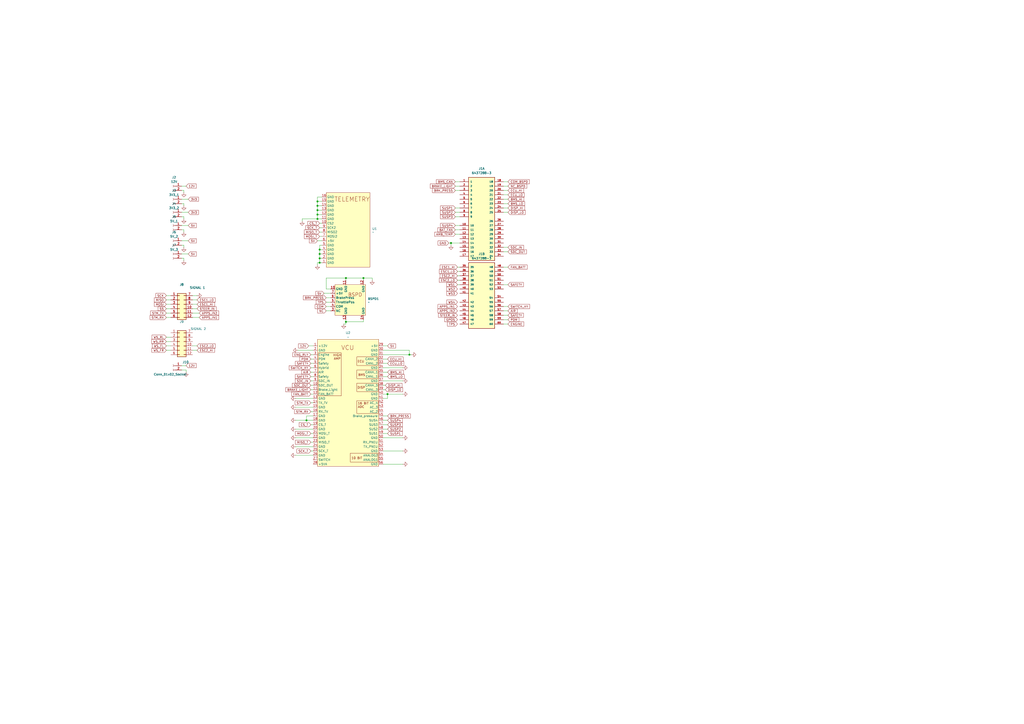
<source format=kicad_sch>
(kicad_sch (version 20250114) (generator "eeschema") (generator_version "9.0")
  (paper "A2")
  (lib_symbols
    (symbol "0_BSPDFootprint:FootprintBSPD"
      (symbol "FootprintBSPD_1_1"
        (text "BSPD" (at 0.254 3.048 0) (effects (font (size 2.032 2.032))))
        (pin power_in line (at -13.97 6.35 0) (length 2.54) (name "GND") (number "10"))
        (pin power_in line (at -13.97 3.81 0) (length 2.54) (name "+5V") (number "7"))
        (pin bidirectional line (at -13.97 1.27 0) (length 2.54) (name "BrakePress") (number "6"))
        (pin bidirectional line (at -13.97 -1.27 0) (length 2.54) (name "ThrottlePos") (number "5"))
        (pin bidirectional line (at -13.97 -3.81 0) (length 2.54) (name "COM") (number "4"))
        (pin bidirectional line (at -13.97 -6.35 0) (length 2.54) (name "NC") (number "3"))
        (pin power_in line (at -5.08 11.43 270) (length 2.54) (name "GND") (number "11"))
        (pin power_in line (at -5.08 -11.43 90) (length 2.54) (name "GND") (number "13"))
        (pin power_in line (at 5.08 11.43 270) (length 2.54) (name "GND") (number "12"))
        (pin power_in line (at 5.08 -11.43 90) (length 2.54) (name "GND") (number "14"))
      )
    )
    (symbol "0_FootprintTelemetry:FootprintTelemetry"
      (property "Reference" "U" (at 0 -2.54 0))
      (symbol "FootprintTelemetry_1_1"
        (text "TELEMETRY" (at 2.286 17.78 0) (effects (font (size 2.54 2.54))))
        (pin power_in line (at -15.24 19.05 0) (length 2.54) (name "GND") (number "16"))
        (pin power_in line (at -15.24 16.51 0) (length 2.54) (name "GND") (number "15"))
        (pin power_in line (at -15.24 13.97 0) (length 2.54) (name "GND") (number "14"))
        (pin power_in line (at -15.24 11.43 0) (length 2.54) (name "GND") (number "13"))
        (pin power_in line (at -15.24 8.89 0) (length 2.54) (name "GND") (number "12"))
        (pin power_in line (at -15.24 6.35 0) (length 2.54) (name "GND") (number "11"))
        (pin bidirectional line (at -15.24 3.81 0) (length 2.54) (name "CS2") (number "10"))
        (pin bidirectional line (at -15.24 1.27 0) (length 2.54) (name "SCK2") (number "9"))
        (pin bidirectional line (at -15.24 -1.27 0) (length 2.54) (name "MISO2") (number "8"))
        (pin bidirectional line (at -15.24 -3.81 0) (length 2.54) (name "MOSI2") (number "7"))
        (pin power_in line (at -15.24 -6.35 0) (length 2.54) (name "+5V") (number "6"))
        (pin power_in line (at -15.24 -8.89 0) (length 2.54) (name "GND") (number "5"))
        (pin power_in line (at -15.24 -11.43 0) (length 2.54) (name "GND") (number "4"))
        (pin power_in line (at -15.24 -13.97 0) (length 2.54) (name "GND") (number "3"))
        (pin power_in line (at -15.24 -16.51 0) (length 2.54) (name "GND") (number "2"))
        (pin power_in line (at -15.24 -19.05 0) (length 2.54) (name "GND") (number "1"))
      )
    )
    (symbol "0_FootprintVCU:FootprintVCU"
      (property "Reference" "U" (at 0 0 0))
      (symbol "FootprintVCU_1_1"
        (text "HIGH\nAMP\n" (at -6.35 30.48 0) (effects (font (size 1.27 1.27))))
        (text "VCU" (at -0.254 35.814 0) (effects (font (size 2.54 2.54))))
        (text "10 BIT\n" (at 5.08 -28.194 0) (effects (font (size 1.27 1.27))))
        (text "16 BIT\nADC\n" (at 5.588 2.54 0) (effects (font (size 1.27 1.27)) (justify left)))
        (text "ECU\n" (at 7.366 27.94 0) (effects (font (size 1.27 1.27))))
        (text "DISP\n" (at 7.62 12.7 0) (effects (font (size 1.27 1.27))))
        (text "BMS\n" (at 7.874 20.066 0) (effects (font (size 1.27 1.27))))
        (pin power_in line (at -20.32 36.83 0) (length 2.54) (name "+12V") (number "1"))
        (pin power_in line (at -20.32 34.29 0) (length 2.54) (name "GND") (number "2"))
        (pin bidirectional line (at -20.32 31.75 0) (length 2.54) (name "Engine") (number "3"))
        (pin bidirectional line (at -20.32 29.21 0) (length 2.54) (name "PDM") (number "4"))
        (pin bidirectional line (at -20.32 26.67 0) (length 2.54) (name "Safety") (number "5"))
        (pin bidirectional line (at -20.32 24.13 0) (length 2.54) (name "Hybrid") (number "6"))
        (pin bidirectional line (at -20.32 21.59 0) (length 2.54) (name "AIR") (number "7"))
        (pin bidirectional line (at -20.32 19.05 0) (length 2.54) (name "Safety") (number "8"))
        (pin bidirectional line (at -20.32 16.51 0) (length 2.54) (name "SDC_IN") (number "9"))
        (pin bidirectional line (at -20.32 13.97 0) (length 2.54) (name "SDC_OUT") (number "10"))
        (pin bidirectional line (at -20.32 11.43 0) (length 2.54) (name "Brake_Light") (number "11"))
        (pin bidirectional line (at -20.32 8.89 0) (length 2.54) (name "FAN_BATT") (number "12"))
        (pin power_in line (at -20.32 6.35 0) (length 2.54) (name "GND") (number "13"))
        (pin bidirectional line (at -20.32 3.81 0) (length 2.54) (name "TX_TV") (number "14"))
        (pin power_in line (at -20.32 1.27 0) (length 2.54) (name "GND") (number "15"))
        (pin bidirectional line (at -20.32 -1.27 0) (length 2.54) (name "RX_TV") (number "16"))
        (pin power_in line (at -20.32 -3.81 0) (length 2.54) (name "GND") (number "17"))
        (pin power_in line (at -20.32 -6.35 0) (length 2.54) (name "GND") (number "18"))
        (pin bidirectional line (at -20.32 -8.89 0) (length 2.54) (name "CS_T") (number "19"))
        (pin power_in line (at -20.32 -11.43 0) (length 2.54) (name "GND") (number "20"))
        (pin bidirectional line (at -20.32 -13.97 0) (length 2.54) (name "MOSI_T") (number "21"))
        (pin power_in line (at -20.32 -16.51 0) (length 2.54) (name "GND") (number "22"))
        (pin bidirectional line (at -20.32 -19.05 0) (length 2.54) (name "MISO_T") (number "23"))
        (pin power_in line (at -20.32 -21.59 0) (length 2.54) (name "GND") (number "24"))
        (pin bidirectional line (at -20.32 -24.13 0) (length 2.54) (name "SCK_T") (number "25"))
        (pin power_in line (at -20.32 -26.67 0) (length 2.54) (name "GND") (number "26"))
        (pin bidirectional line (at -20.32 -29.21 0) (length 2.54) (name "SWITCH") (number "27"))
        (pin power_in line (at -20.32 -31.75 0) (length 2.54) (name "+5VA") (number "28"))
        (pin power_in line (at 20.32 36.83 180) (length 2.54) (name "+5V") (number "29"))
        (pin power_in line (at 20.32 34.29 180) (length 2.54) (name "GND") (number "30"))
        (pin power_in line (at 20.32 31.75 180) (length 2.54) (name "GND") (number "31"))
        (pin bidirectional line (at 20.32 29.21 180) (length 2.54) (name "CANH_2") (number "32"))
        (pin bidirectional line (at 20.32 26.67 180) (length 2.54) (name "CANL_2") (number "33"))
        (pin power_in line (at 20.32 24.13 180) (length 2.54) (name "GND") (number "34"))
        (pin bidirectional line (at 20.32 21.59 180) (length 2.54) (name "CANH_1") (number "35"))
        (pin bidirectional line (at 20.32 19.05 180) (length 2.54) (name "CANL_1") (number "36"))
        (pin power_in line (at 20.32 16.51 180) (length 2.54) (name "GND") (number "37"))
        (pin bidirectional line (at 20.32 13.97 180) (length 2.54) (name "CANH_3") (number "38"))
        (pin bidirectional line (at 20.32 11.43 180) (length 2.54) (name "CANL_3") (number "39"))
        (pin power_in line (at 20.32 8.89 180) (length 2.54) (name "GND") (number "40"))
        (pin bidirectional line (at 20.32 6.35 180) (length 2.54) (name "GND") (number "41"))
        (pin power_in line (at 20.32 3.81 180) (length 2.54) (name "AC_4") (number "42"))
        (pin power_in line (at 20.32 1.27 180) (length 2.54) (name "AC_3") (number "43"))
        (pin power_in line (at 20.32 -1.27 180) (length 2.54) (name "AC_2") (number "44"))
        (pin bidirectional line (at 20.32 -3.81 180) (length 2.54) (name "Brake_pressure") (number "45"))
        (pin bidirectional line (at 20.32 -6.35 180) (length 2.54) (name "SUS4") (number "46"))
        (pin bidirectional line (at 20.32 -8.89 180) (length 2.54) (name "SUS3") (number "47"))
        (pin bidirectional line (at 20.32 -11.43 180) (length 2.54) (name "SUS2") (number "48"))
        (pin power_in line (at 20.32 -13.97 180) (length 2.54) (name "SUS1") (number "49"))
        (pin bidirectional line (at 20.32 -16.51 180) (length 2.54) (name "GND") (number "50"))
        (pin bidirectional line (at 20.32 -19.05 180) (length 2.54) (name "RX_PNEU") (number "51"))
        (pin bidirectional line (at 20.32 -21.59 180) (length 2.54) (name "TX_PNEU") (number "52"))
        (pin bidirectional line (at 20.32 -24.13 180) (length 2.54) (name "GND") (number "53"))
        (pin power_in line (at 20.32 -26.67 180) (length 2.54) (name "ANALOG2") (number "54"))
        (pin bidirectional line (at 20.32 -29.21 180) (length 2.54) (name "ANALOG1") (number "55"))
        (pin power_in line (at 20.32 -31.75 180) (length 2.54) (name "GND") (number "56"))
      )
    )
    (symbol "0_VCU_connector_6437288-3:6437288-3" (pin_names (offset 1.016))
      (property "Reference" "J" (at -7.6216 25.9227 0))
      (property "Value" "6437288-3" (at -7.6229 -25.4258 0))
      (symbol "6437288-3_1_0"
        (pin passive line (at -12.7 22.86 0) (length 5.08) (name "1") (number "1"))
        (pin passive line (at -12.7 20.32 0) (length 5.08) (name "2") (number "2"))
        (pin passive line (at -12.7 17.78 0) (length 5.08) (name "3") (number "3"))
        (pin passive line (at -12.7 15.24 0) (length 5.08) (name "4") (number "4"))
        (pin passive line (at -12.7 12.7 0) (length 5.08) (name "5") (number "5"))
        (pin passive line (at -12.7 10.16 0) (length 5.08) (name "6") (number "6"))
        (pin passive line (at -12.7 7.62 0) (length 5.08) (name "7") (number "7"))
        (pin passive line (at -12.7 5.08 0) (length 5.08) (name "8") (number "8"))
        (pin passive line (at -12.7 2.54 0) (length 5.08) (name "9") (number "9"))
        (pin passive line (at -12.7 -2.54 0) (length 5.08) (name "10") (number "10"))
        (pin passive line (at -12.7 -5.08 0) (length 5.08) (name "11") (number "11"))
        (pin passive line (at -12.7 -7.62 0) (length 5.08) (name "12") (number "12"))
        (pin passive line (at -12.7 -10.16 0) (length 5.08) (name "13") (number "13"))
        (pin passive line (at -12.7 -12.7 0) (length 5.08) (name "14") (number "14"))
        (pin passive line (at -12.7 -15.24 0) (length 5.08) (name "15") (number "15"))
        (pin passive line (at -12.7 -17.78 0) (length 5.08) (name "16") (number "16"))
        (pin passive line (at -12.7 -20.32 0) (length 5.08) (name "17") (number "17"))
        (pin passive line (at 12.7 22.86 180) (length 5.08) (name "18") (number "18"))
        (pin passive line (at 12.7 20.32 180) (length 5.08) (name "19") (number "19"))
        (pin passive line (at 12.7 17.78 180) (length 5.08) (name "20") (number "20"))
        (pin passive line (at 12.7 15.24 180) (length 5.08) (name "21") (number "21"))
        (pin passive line (at 12.7 12.7 180) (length 5.08) (name "22") (number "22"))
        (pin passive line (at 12.7 10.16 180) (length 5.08) (name "23") (number "23"))
        (pin passive line (at 12.7 7.62 180) (length 5.08) (name "24") (number "24"))
        (pin passive line (at 12.7 5.08 180) (length 5.08) (name "25") (number "25"))
        (pin passive line (at 12.7 0 180) (length 5.08) (name "26") (number "26"))
        (pin passive line (at 12.7 -2.54 180) (length 5.08) (name "27") (number "27"))
        (pin passive line (at 12.7 -5.08 180) (length 5.08) (name "28") (number "28"))
        (pin passive line (at 12.7 -7.62 180) (length 5.08) (name "29") (number "29"))
        (pin passive line (at 12.7 -10.16 180) (length 5.08) (name "30") (number "30"))
        (pin passive line (at 12.7 -12.7 180) (length 5.08) (name "31") (number "31"))
        (pin passive line (at 12.7 -15.24 180) (length 5.08) (name "32") (number "32"))
        (pin passive line (at 12.7 -17.78 180) (length 5.08) (name "33") (number "33"))
        (pin passive line (at 12.7 -20.32 180) (length 5.08) (name "34") (number "34"))
      )
      (symbol "6437288-3_2_0"
        (pin passive line (at -12.7 17.78 0) (length 5.08) (name "35") (number "35"))
        (pin passive line (at -12.7 15.24 0) (length 5.08) (name "36") (number "36"))
        (pin passive line (at -12.7 12.7 0) (length 5.08) (name "37") (number "37"))
        (pin passive line (at -12.7 10.16 0) (length 5.08) (name "38") (number "38"))
        (pin passive line (at -12.7 7.62 0) (length 5.08) (name "39") (number "39"))
        (pin passive line (at -12.7 5.08 0) (length 5.08) (name "40") (number "40"))
        (pin passive line (at -12.7 2.54 0) (length 5.08) (name "41") (number "41"))
        (pin passive line (at -12.7 -2.54 0) (length 5.08) (name "42") (number "42"))
        (pin passive line (at -12.7 -5.08 0) (length 5.08) (name "43") (number "43"))
        (pin passive line (at -12.7 -7.62 0) (length 5.08) (name "44") (number "44"))
        (pin passive line (at -12.7 -10.16 0) (length 5.08) (name "45") (number "45"))
        (pin passive line (at -12.7 -12.7 0) (length 5.08) (name "46") (number "46"))
        (pin passive line (at -12.7 -15.24 0) (length 5.08) (name "47") (number "47"))
        (pin passive line (at 12.7 17.78 180) (length 5.08) (name "48") (number "48"))
        (pin passive line (at 12.7 15.24 180) (length 5.08) (name "49") (number "49"))
        (pin passive line (at 12.7 12.7 180) (length 5.08) (name "50") (number "50"))
        (pin passive line (at 12.7 10.16 180) (length 5.08) (name "51") (number "51"))
        (pin passive line (at 12.7 7.62 180) (length 5.08) (name "52") (number "52"))
        (pin passive line (at 12.7 5.08 180) (length 5.08) (name "53") (number "53"))
        (pin passive line (at 12.7 0 180) (length 5.08) (name "54") (number "54"))
        (pin passive line (at 12.7 -2.54 180) (length 5.08) (name "55") (number "55"))
        (pin passive line (at 12.7 -5.08 180) (length 5.08) (name "56") (number "56"))
        (pin passive line (at 12.7 -7.62 180) (length 5.08) (name "57") (number "57"))
        (pin passive line (at 12.7 -10.16 180) (length 5.08) (name "58") (number "58"))
        (pin passive line (at 12.7 -12.7 180) (length 5.08) (name "59") (number "59"))
        (pin passive line (at 12.7 -15.24 180) (length 5.08) (name "60") (number "60"))
      )
    )
    (symbol "6437288-3_1" (pin_names (offset 1.016))
      (property "Reference" "J" (at -7.6216 25.9227 0))
      (property "Value" "6437288-3" (at -7.6229 -25.4258 0))
      (symbol "6437288-3_1_1_0"
        (pin passive line (at -12.7 22.86 0) (length 5.08) (name "1") (number "1"))
        (pin passive line (at -12.7 20.32 0) (length 5.08) (name "2") (number "2"))
        (pin passive line (at -12.7 17.78 0) (length 5.08) (name "3") (number "3"))
        (pin passive line (at -12.7 15.24 0) (length 5.08) (name "4") (number "4"))
        (pin passive line (at -12.7 12.7 0) (length 5.08) (name "5") (number "5"))
        (pin passive line (at -12.7 10.16 0) (length 5.08) (name "6") (number "6"))
        (pin passive line (at -12.7 7.62 0) (length 5.08) (name "7") (number "7"))
        (pin passive line (at -12.7 5.08 0) (length 5.08) (name "8") (number "8"))
        (pin passive line (at -12.7 2.54 0) (length 5.08) (name "9") (number "9"))
        (pin passive line (at -12.7 -2.54 0) (length 5.08) (name "10") (number "10"))
        (pin passive line (at -12.7 -5.08 0) (length 5.08) (name "11") (number "11"))
        (pin passive line (at -12.7 -7.62 0) (length 5.08) (name "12") (number "12"))
        (pin passive line (at -12.7 -10.16 0) (length 5.08) (name "13") (number "13"))
        (pin passive line (at -12.7 -12.7 0) (length 5.08) (name "14") (number "14"))
        (pin passive line (at -12.7 -15.24 0) (length 5.08) (name "15") (number "15"))
        (pin passive line (at -12.7 -17.78 0) (length 5.08) (name "16") (number "16"))
        (pin passive line (at -12.7 -20.32 0) (length 5.08) (name "17") (number "17"))
        (pin passive line (at 12.7 22.86 180) (length 5.08) (name "18") (number "18"))
        (pin passive line (at 12.7 20.32 180) (length 5.08) (name "19") (number "19"))
        (pin passive line (at 12.7 17.78 180) (length 5.08) (name "20") (number "20"))
        (pin passive line (at 12.7 15.24 180) (length 5.08) (name "21") (number "21"))
        (pin passive line (at 12.7 12.7 180) (length 5.08) (name "22") (number "22"))
        (pin passive line (at 12.7 10.16 180) (length 5.08) (name "23") (number "23"))
        (pin passive line (at 12.7 7.62 180) (length 5.08) (name "24") (number "24"))
        (pin passive line (at 12.7 5.08 180) (length 5.08) (name "25") (number "25"))
        (pin passive line (at 12.7 0 180) (length 5.08) (name "26") (number "26"))
        (pin passive line (at 12.7 -2.54 180) (length 5.08) (name "27") (number "27"))
        (pin passive line (at 12.7 -5.08 180) (length 5.08) (name "28") (number "28"))
        (pin passive line (at 12.7 -7.62 180) (length 5.08) (name "29") (number "29"))
        (pin passive line (at 12.7 -10.16 180) (length 5.08) (name "30") (number "30"))
        (pin passive line (at 12.7 -12.7 180) (length 5.08) (name "31") (number "31"))
        (pin passive line (at 12.7 -15.24 180) (length 5.08) (name "32") (number "32"))
        (pin passive line (at 12.7 -17.78 180) (length 5.08) (name "33") (number "33"))
        (pin passive line (at 12.7 -20.32 180) (length 5.08) (name "34") (number "34"))
      )
      (symbol "6437288-3_1_2_0"
        (pin passive line (at -12.7 17.78 0) (length 5.08) (name "35") (number "35"))
        (pin passive line (at -12.7 15.24 0) (length 5.08) (name "36") (number "36"))
        (pin passive line (at -12.7 12.7 0) (length 5.08) (name "37") (number "37"))
        (pin passive line (at -12.7 10.16 0) (length 5.08) (name "38") (number "38"))
        (pin passive line (at -12.7 7.62 0) (length 5.08) (name "39") (number "39"))
        (pin passive line (at -12.7 5.08 0) (length 5.08) (name "40") (number "40"))
        (pin passive line (at -12.7 2.54 0) (length 5.08) (name "41") (number "41"))
        (pin passive line (at -12.7 -2.54 0) (length 5.08) (name "42") (number "42"))
        (pin passive line (at -12.7 -5.08 0) (length 5.08) (name "43") (number "43"))
        (pin passive line (at -12.7 -7.62 0) (length 5.08) (name "44") (number "44"))
        (pin passive line (at -12.7 -10.16 0) (length 5.08) (name "45") (number "45"))
        (pin passive line (at -12.7 -12.7 0) (length 5.08) (name "46") (number "46"))
        (pin passive line (at -12.7 -15.24 0) (length 5.08) (name "47") (number "47"))
        (pin passive line (at 12.7 17.78 180) (length 5.08) (name "48") (number "48"))
        (pin passive line (at 12.7 15.24 180) (length 5.08) (name "49") (number "49"))
        (pin passive line (at 12.7 12.7 180) (length 5.08) (name "50") (number "50"))
        (pin passive line (at 12.7 10.16 180) (length 5.08) (name "51") (number "51"))
        (pin passive line (at 12.7 7.62 180) (length 5.08) (name "52") (number "52"))
        (pin passive line (at 12.7 5.08 180) (length 5.08) (name "53") (number "53"))
        (pin passive line (at 12.7 0 180) (length 5.08) (name "54") (number "54"))
        (pin passive line (at 12.7 -2.54 180) (length 5.08) (name "55") (number "55"))
        (pin passive line (at 12.7 -5.08 180) (length 5.08) (name "56") (number "56"))
        (pin passive line (at 12.7 -7.62 180) (length 5.08) (name "57") (number "57"))
        (pin passive line (at 12.7 -10.16 180) (length 5.08) (name "58") (number "58"))
        (pin passive line (at 12.7 -12.7 180) (length 5.08) (name "59") (number "59"))
        (pin passive line (at 12.7 -15.24 180) (length 5.08) (name "60") (number "60"))
      )
    )
    (symbol "Connector:Conn_01x02_Socket" (pin_names (offset 1.016) (hide yes))
      (property "Reference" "J" (at 0 2.54 0))
      (property "Value" "Conn_01x02_Socket" (at 0 -5.08 0))
      (symbol "Conn_01x02_Socket_1_1"
        (pin passive line (at -5.08 0 0) (length 3.81) (name "Pin_1") (number "1"))
        (pin passive line (at -5.08 -2.54 0) (length 3.81) (name "Pin_2") (number "2"))
      )
    )
    (symbol "Connector_Generic:Conn_02x06_Top_Bottom" (pin_names (offset 1.016) (hide yes))
      (property "Reference" "J" (at 1.27 7.62 0))
      (property "Value" "Conn_02x06_Top_Bottom" (at 1.27 -10.16 0))
      (symbol "Conn_02x06_Top_Bottom_1_1"
        (pin passive line (at -5.08 5.08 0) (length 3.81) (name "Pin_1") (number "1"))
        (pin passive line (at -5.08 2.54 0) (length 3.81) (name "Pin_2") (number "2"))
        (pin passive line (at -5.08 0 0) (length 3.81) (name "Pin_3") (number "3"))
        (pin passive line (at -5.08 -2.54 0) (length 3.81) (name "Pin_4") (number "4"))
        (pin passive line (at -5.08 -5.08 0) (length 3.81) (name "Pin_5") (number "5"))
        (pin passive line (at -5.08 -7.62 0) (length 3.81) (name "Pin_6") (number "6"))
        (pin passive line (at 7.62 5.08 180) (length 3.81) (name "Pin_7") (number "7"))
        (pin passive line (at 7.62 2.54 180) (length 3.81) (name "Pin_8") (number "8"))
        (pin passive line (at 7.62 0 180) (length 3.81) (name "Pin_9") (number "9"))
        (pin passive line (at 7.62 -2.54 180) (length 3.81) (name "Pin_10") (number "10"))
        (pin passive line (at 7.62 -5.08 180) (length 3.81) (name "Pin_11") (number "11"))
        (pin passive line (at 7.62 -7.62 180) (length 3.81) (name "Pin_12") (number "12"))
      )
    )
    (symbol "power:GND" (power) (pin_numbers (hide yes)) (pin_names (offset 0) (hide yes))
      (property "Value" "GND" (at 0 -3.81 0))
      (symbol "GND_1_1"
        (pin power_in line (at 0 0 270) (length 0) (name "~") (number "1"))
      )
    )
  )
  (junction (at 261.62 140.97))
  (junction (at 184.15 119.38))
  (junction (at 185.42 144.78))
  (junction (at 200.66 161.29))
  (junction (at 185.42 152.4))
  (junction (at 184.15 124.46))
  (junction (at 184.15 116.84))
  (junction (at 177.8 243.84))
  (junction (at 184.15 127))
  (junction (at 224.79 228.6))
  (junction (at 200.66 186.69))
  (junction (at 184.15 121.92))
  (junction (at 185.42 149.86))
  (junction (at 210.82 161.29))
  (junction (at 237.49 205.74))
  (junction (at 185.42 147.32))
  (wire (pts (xy 186.69 121.92) (xy 184.15 121.92)))
  (wire (pts (xy 99.06 198.12) (xy 96.52 198.12)))
  (wire (pts (xy 292.1 123.19) (xy 294.64 123.19)))
  (wire (pts (xy 261.62 140.97) (xy 266.7 140.97)))
  (wire (pts (xy 105.41 125.73) (xy 106.68 125.73)))
  (wire (pts (xy 105.41 110.49) (xy 106.68 110.49)))
  (wire (pts (xy 222.25 241.3) (xy 224.79 241.3)))
  (wire (pts (xy 292.1 143.51) (xy 294.64 143.51)))
  (wire (pts (xy 111.76 179.07) (xy 114.3 179.07)))
  (wire (pts (xy 265.43 154.94) (xy 266.7 154.94)))
  (wire (pts (xy 180.34 233.68) (xy 181.61 233.68)))
  (wire (pts (xy 189.23 172.72) (xy 191.77 172.72)))
  (wire (pts (xy 99.06 203.2) (xy 96.52 203.2)))
  (wire (pts (xy 180.34 251.46) (xy 181.61 251.46)))
  (wire (pts (xy 111.76 181.61) (xy 115.57 181.61)))
  (wire (pts (xy 105.41 107.95) (xy 107.95 107.95)))
  (wire (pts (xy 105.41 118.11) (xy 106.68 118.11)))
  (wire (pts (xy 106.68 149.86) (xy 106.68 151.13)))
  (wire (pts (xy 96.52 179.07) (xy 99.06 179.07)))
  (wire (pts (xy 184.15 116.84) (xy 184.15 119.38)))
  (wire (pts (xy 114.3 203.2) (xy 111.76 203.2)))
  (wire (pts (xy 222.25 210.82) (xy 224.79 210.82)))
  (wire (pts (xy 222.25 213.36) (xy 233.68 213.36)))
  (wire (pts (xy 200.66 161.29) (xy 210.82 161.29)))
  (wire (pts (xy 186.69 114.3) (xy 184.15 114.3)))
  (wire (pts (xy 292.1 180.34) (xy 294.64 180.34)))
  (wire (pts (xy 185.42 147.32) (xy 186.69 147.32)))
  (wire (pts (xy 292.1 165.1) (xy 294.64 165.1)))
  (wire (pts (xy 186.69 124.46) (xy 184.15 124.46)))
  (wire (pts (xy 171.45 231.14) (xy 181.61 231.14)))
  (wire (pts (xy 96.52 176.53) (xy 99.06 176.53)))
  (wire (pts (xy 184.15 139.7) (xy 186.69 139.7)))
  (wire (pts (xy 189.23 175.26) (xy 191.77 175.26)))
  (wire (pts (xy 185.42 134.62) (xy 186.69 134.62)))
  (wire (pts (xy 222.25 261.62) (xy 233.68 261.62)))
  (wire (pts (xy 105.41 149.86) (xy 106.68 149.86)))
  (wire (pts (xy 210.82 185.42) (xy 210.82 186.69)))
  (wire (pts (xy 233.68 220.98) (xy 222.25 220.98)))
  (wire (pts (xy 180.34 226.06) (xy 181.61 226.06)))
  (wire (pts (xy 264.16 135.89) (xy 266.7 135.89)))
  (wire (pts (xy 224.79 231.14) (xy 224.79 228.6)))
  (wire (pts (xy 238.76 205.74) (xy 237.49 205.74)))
  (wire (pts (xy 184.15 114.3) (xy 184.15 116.84)))
  (wire (pts (xy 105.41 147.32) (xy 109.22 147.32)))
  (wire (pts (xy 292.1 185.42) (xy 294.64 185.42)))
  (wire (pts (xy 222.25 218.44) (xy 224.79 218.44)))
  (wire (pts (xy 111.76 171.45) (xy 114.3 171.45)))
  (wire (pts (xy 171.45 236.22) (xy 181.61 236.22)))
  (wire (pts (xy 222.25 215.9) (xy 224.79 215.9)))
  (wire (pts (xy 191.77 167.64) (xy 189.23 167.64)))
  (wire (pts (xy 222.25 231.14) (xy 224.79 231.14)))
  (wire (pts (xy 185.42 152.4) (xy 184.15 152.4)))
  (wire (pts (xy 106.68 133.35) (xy 106.68 134.62)))
  (wire (pts (xy 264.16 130.81) (xy 266.7 130.81)))
  (wire (pts (xy 99.06 200.66) (xy 96.52 200.66)))
  (wire (pts (xy 189.23 167.64) (xy 189.23 161.29)))
  (wire (pts (xy 105.41 214.63) (xy 107.95 214.63)))
  (wire (pts (xy 185.42 132.08) (xy 186.69 132.08)))
  (wire (pts (xy 265.43 157.48) (xy 266.7 157.48)))
  (wire (pts (xy 180.34 223.52) (xy 181.61 223.52)))
  (wire (pts (xy 189.23 180.34) (xy 191.77 180.34)))
  (wire (pts (xy 265.43 160.02) (xy 266.7 160.02)))
  (wire (pts (xy 222.25 203.2) (xy 237.49 203.2)))
  (wire (pts (xy 292.1 107.95) (xy 294.64 107.95)))
  (wire (pts (xy 114.3 200.66) (xy 111.76 200.66)))
  (wire (pts (xy 292.1 110.49) (xy 294.64 110.49)))
  (wire (pts (xy 222.25 223.52) (xy 223.52 223.52)))
  (wire (pts (xy 106.68 110.49) (xy 106.68 111.76)))
  (wire (pts (xy 264.16 133.35) (xy 266.7 133.35)))
  (wire (pts (xy 184.15 121.92) (xy 184.15 124.46)))
  (wire (pts (xy 199.39 187.96) (xy 200.66 187.96)))
  (wire (pts (xy 180.34 256.54) (xy 181.61 256.54)))
  (wire (pts (xy 210.82 161.29) (xy 215.9 161.29)))
  (wire (pts (xy 222.25 243.84) (xy 224.79 243.84)))
  (wire (pts (xy 171.45 254) (xy 181.61 254)))
  (wire (pts (xy 111.76 184.15) (xy 115.57 184.15)))
  (wire (pts (xy 105.41 139.7) (xy 109.22 139.7)))
  (wire (pts (xy 260.35 140.97) (xy 261.62 140.97)))
  (wire (pts (xy 181.61 241.3) (xy 177.8 241.3)))
  (wire (pts (xy 180.34 208.28) (xy 181.61 208.28)))
  (wire (pts (xy 185.42 144.78) (xy 186.69 144.78)))
  (wire (pts (xy 265.43 165.1) (xy 266.7 165.1)))
  (wire (pts (xy 292.1 146.05) (xy 294.64 146.05)))
  (wire (pts (xy 292.1 154.94) (xy 294.64 154.94)))
  (wire (pts (xy 222.25 205.74) (xy 237.49 205.74)))
  (wire (pts (xy 222.25 200.66) (xy 224.79 200.66)))
  (wire (pts (xy 261.62 140.97) (xy 261.62 142.24)))
  (wire (pts (xy 106.68 118.11) (xy 106.68 119.38)))
  (wire (pts (xy 180.34 210.82) (xy 181.61 210.82)))
  (wire (pts (xy 105.41 133.35) (xy 106.68 133.35)))
  (wire (pts (xy 186.69 127) (xy 184.15 127)))
  (wire (pts (xy 186.69 119.38) (xy 184.15 119.38)))
  (wire (pts (xy 172.72 203.2) (xy 181.61 203.2)))
  (wire (pts (xy 200.66 187.96) (xy 200.66 186.69)))
  (wire (pts (xy 105.41 115.57) (xy 109.22 115.57)))
  (wire (pts (xy 264.16 105.41) (xy 266.7 105.41)))
  (wire (pts (xy 96.52 184.15) (xy 99.06 184.15)))
  (wire (pts (xy 200.66 186.69) (xy 200.66 185.42)))
  (wire (pts (xy 184.15 124.46) (xy 184.15 127)))
  (wire (pts (xy 292.1 113.03) (xy 294.64 113.03)))
  (wire (pts (xy 179.07 200.66) (xy 181.61 200.66)))
  (wire (pts (xy 185.42 147.32) (xy 185.42 149.86)))
  (wire (pts (xy 185.42 129.54) (xy 186.69 129.54)))
  (wire (pts (xy 171.45 248.92) (xy 181.61 248.92)))
  (wire (pts (xy 180.34 215.9) (xy 181.61 215.9)))
  (wire (pts (xy 177.8 243.84) (xy 181.61 243.84)))
  (wire (pts (xy 222.25 251.46) (xy 224.79 251.46)))
  (wire (pts (xy 215.9 161.29) (xy 215.9 162.56)))
  (wire (pts (xy 292.1 177.8) (xy 294.64 177.8)))
  (wire (pts (xy 171.45 259.08) (xy 181.61 259.08)))
  (wire (pts (xy 237.49 203.2) (xy 237.49 205.74)))
  (wire (pts (xy 210.82 161.29) (xy 210.82 162.56)))
  (wire (pts (xy 105.41 142.24) (xy 106.68 142.24)))
  (wire (pts (xy 222.25 246.38) (xy 224.79 246.38)))
  (wire (pts (xy 185.42 137.16) (xy 186.69 137.16)))
  (wire (pts (xy 292.1 115.57) (xy 294.64 115.57)))
  (wire (pts (xy 292.1 187.96) (xy 294.64 187.96)))
  (wire (pts (xy 184.15 127) (xy 175.26 127)))
  (wire (pts (xy 222.25 269.24) (xy 233.68 269.24)))
  (wire (pts (xy 222.25 228.6) (xy 224.79 228.6)))
  (wire (pts (xy 186.69 142.24) (xy 185.42 142.24)))
  (wire (pts (xy 107.95 214.63) (xy 107.95 215.9)))
  (wire (pts (xy 111.76 173.99) (xy 114.3 173.99)))
  (wire (pts (xy 111.76 176.53) (xy 114.3 176.53)))
  (wire (pts (xy 180.34 238.76) (xy 181.61 238.76)))
  (wire (pts (xy 105.41 212.09) (xy 107.95 212.09)))
  (wire (pts (xy 99.06 195.58) (xy 96.52 195.58)))
  (wire (pts (xy 106.68 125.73) (xy 106.68 127)))
  (wire (pts (xy 200.66 161.29) (xy 200.66 162.56)))
  (wire (pts (xy 180.34 220.98) (xy 181.61 220.98)))
  (wire (pts (xy 264.16 120.65) (xy 266.7 120.65)))
  (wire (pts (xy 264.16 125.73) (xy 266.7 125.73)))
  (wire (pts (xy 222.25 226.06) (xy 223.52 226.06)))
  (wire (pts (xy 186.69 152.4) (xy 185.42 152.4)))
  (wire (pts (xy 106.68 142.24) (xy 106.68 143.51)))
  (wire (pts (xy 222.25 248.92) (xy 224.79 248.92)))
  (wire (pts (xy 222.25 208.28) (xy 224.79 208.28)))
  (wire (pts (xy 187.96 170.18) (xy 191.77 170.18)))
  (wire (pts (xy 222.25 254) (xy 233.68 254)))
  (wire (pts (xy 185.42 149.86) (xy 185.42 152.4)))
  (wire (pts (xy 171.45 264.16) (xy 181.61 264.16)))
  (wire (pts (xy 105.41 130.81) (xy 109.22 130.81)))
  (wire (pts (xy 96.52 171.45) (xy 99.06 171.45)))
  (wire (pts (xy 292.1 118.11) (xy 294.64 118.11)))
  (wire (pts (xy 184.15 116.84) (xy 186.69 116.84)))
  (wire (pts (xy 180.34 246.38) (xy 181.61 246.38)))
  (wire (pts (xy 177.8 241.3) (xy 177.8 243.84)))
  (wire (pts (xy 180.34 261.62) (xy 181.61 261.62)))
  (wire (pts (xy 292.1 120.65) (xy 294.64 120.65)))
  (wire (pts (xy 224.79 228.6) (xy 233.68 228.6)))
  (wire (pts (xy 264.16 107.95) (xy 266.7 107.95)))
  (wire (pts (xy 265.43 162.56) (xy 266.7 162.56)))
  (wire (pts (xy 185.42 142.24) (xy 185.42 144.78)))
  (wire (pts (xy 175.26 127) (xy 175.26 128.27)))
  (wire (pts (xy 292.1 182.88) (xy 294.64 182.88)))
  (wire (pts (xy 180.34 218.44) (xy 181.61 218.44)))
  (wire (pts (xy 292.1 105.41) (xy 294.64 105.41)))
  (wire (pts (xy 184.15 119.38) (xy 184.15 121.92)))
  (wire (pts (xy 180.34 213.36) (xy 181.61 213.36)))
  (wire (pts (xy 180.34 205.74) (xy 181.61 205.74)))
  (wire (pts (xy 185.42 149.86) (xy 186.69 149.86)))
  (wire (pts (xy 189.23 161.29) (xy 200.66 161.29)))
  (wire (pts (xy 171.45 243.84) (xy 177.8 243.84)))
  (wire (pts (xy 105.41 123.19) (xy 109.22 123.19)))
  (wire (pts (xy 264.16 123.19) (xy 266.7 123.19)))
  (wire (pts (xy 184.15 152.4) (xy 184.15 153.67)))
  (wire (pts (xy 185.42 144.78) (xy 185.42 147.32)))
  (wire (pts (xy 96.52 181.61) (xy 99.06 181.61)))
  (wire (pts (xy 189.23 177.8) (xy 191.77 177.8)))
  (wire (pts (xy 264.16 110.49) (xy 266.7 110.49)))
  (wire (pts (xy 180.34 228.6) (xy 181.61 228.6)))
  (wire (pts (xy 96.52 173.99) (xy 99.06 173.99)))
  (wire (pts (xy 210.82 186.69) (xy 200.66 186.69)))
  (global_label "5V" (shape input) (at 224.79 200.66 0) (property "Intersheetrefs" "${INTERSHEET_REFS}" (effects (hide yes))))
  (global_label "SCK_T" (shape input) (at 180.34 261.62 180) (property "Intersheetrefs" "${INTERSHEET_REFS}" (effects (hide yes))))
  (global_label "SWITCH_HY" (shape input) (at 180.34 213.36 180) (property "Intersheetrefs" "${INTERSHEET_REFS}" (effects (hide yes))))
  (global_label "SWITCH_HY" (shape input) (at 294.64 177.8 0) (property "Intersheetrefs" "${INTERSHEET_REFS}" (effects (hide yes))))
  (global_label "5V" (shape input) (at 184.15 139.7 180) (property "Intersheetrefs" "${INTERSHEET_REFS}" (effects (hide yes))))
  (global_label "SCK" (shape input) (at 96.52 171.45 180) (property "Intersheetrefs" "${INTERSHEET_REFS}" (effects (hide yes))))
  (global_label "MOSI" (shape input) (at 96.52 176.53 180) (property "Intersheetrefs" "${INTERSHEET_REFS}" (effects (hide yes))))
  (global_label "BRK_PRESS" (shape input) (at 264.16 110.49 180) (property "Intersheetrefs" "${INTERSHEET_REFS}" (effects (hide yes))))
  (global_label "AIR" (shape input) (at 180.34 215.9 180) (property "Intersheetrefs" "${INTERSHEET_REFS}" (effects (hide yes))))
  (global_label "BAT_FAN" (shape input) (at 264.16 133.35 180) (property "Intersheetrefs" "${INTERSHEET_REFS}" (effects (hide yes))))
  (global_label "STM_RX" (shape input) (at 96.52 184.15 180) (property "Intersheetrefs" "${INTERSHEET_REFS}" (effects (hide yes))))
  (global_label "SAFETY" (shape input) (at 180.34 210.82 180) (property "Intersheetrefs" "${INTERSHEET_REFS}" (effects (hide yes))))
  (global_label "MISO_T" (shape input) (at 180.34 256.54 180) (property "Intersheetrefs" "${INTERSHEET_REFS}" (effects (hide yes))))
  (global_label "BRAKE_LIGHT" (shape input) (at 264.16 107.95 180) (property "Intersheetrefs" "${INTERSHEET_REFS}" (effects (hide yes))))
  (global_label "SDC_OUT" (shape input) (at 180.34 223.52 180) (property "Intersheetrefs" "${INTERSHEET_REFS}" (effects (hide yes))))
  (global_label "SUSP4" (shape input) (at 224.79 243.84 0) (property "Intersheetrefs" "${INTERSHEET_REFS}" (effects (hide yes))))
  (global_label "PDM" (shape input) (at 180.34 208.28 180) (property "Intersheetrefs" "${INTERSHEET_REFS}" (effects (hide yes))))
  (global_label "5V" (shape input) (at 187.96 170.18 180) (property "Intersheetrefs" "${INTERSHEET_REFS}" (effects (hide yes))))
  (global_label "ENG_RLY" (shape input) (at 180.34 205.74 180) (property "Intersheetrefs" "${INTERSHEET_REFS}" (effects (hide yes))))
  (global_label "WS3" (shape input) (at 265.43 170.18 180) (property "Intersheetrefs" "${INTERSHEET_REFS}" (effects (hide yes))))
  (global_label "AIR" (shape input) (at 294.64 180.34 0) (property "Intersheetrefs" "${INTERSHEET_REFS}" (effects (hide yes))))
  (global_label "5V" (shape input) (at 109.22 139.7 0) (property "Intersheetrefs" "${INTERSHEET_REFS}" (effects (hide yes))))
  (global_label "CS_T" (shape input) (at 185.42 129.54 180) (property "Intersheetrefs" "${INTERSHEET_REFS}" (effects (hide yes))))
  (global_label "SUSP3" (shape input) (at 224.79 246.38 0) (property "Intersheetrefs" "${INTERSHEET_REFS}" (effects (hide yes))))
  (global_label "GPOS" (shape input) (at 265.43 185.42 180) (property "Intersheetrefs" "${INTERSHEET_REFS}" (effects (hide yes))))
  (global_label "WS_FR" (shape input) (at 96.52 203.2 180) (property "Intersheetrefs" "${INTERSHEET_REFS}" (effects (hide yes))))
  (global_label "ESC1_LO" (shape input) (at 114.3 173.99 0) (property "Intersheetrefs" "${INTERSHEET_REFS}" (effects (hide yes))))
  (global_label "SUSP2" (shape input) (at 224.79 248.92 0) (property "Intersheetrefs" "${INTERSHEET_REFS}" (effects (hide yes))))
  (global_label "BMS_LO" (shape input) (at 294.64 118.11 0) (property "Intersheetrefs" "${INTERSHEET_REFS}" (effects (hide yes))))
  (global_label "12V" (shape input) (at 107.95 212.09 0) (property "Intersheetrefs" "${INTERSHEET_REFS}" (effects (hide yes))))
  (global_label "12V" (shape input) (at 107.95 107.95 0) (property "Intersheetrefs" "${INTERSHEET_REFS}" (effects (hide yes))))
  (global_label "5V" (shape input) (at 109.22 147.32 0) (property "Intersheetrefs" "${INTERSHEET_REFS}" (effects (hide yes))))
  (global_label "APPS_IN1" (shape input) (at 115.57 184.15 0) (property "Intersheetrefs" "${INTERSHEET_REFS}" (effects (hide yes))))
  (global_label "ESC2_LO" (shape input) (at 114.3 200.66 0) (property "Intersheetrefs" "${INTERSHEET_REFS}" (effects (hide yes))))
  (global_label "ECU_HI" (shape input) (at 294.64 110.49 0) (property "Intersheetrefs" "${INTERSHEET_REFS}" (effects (hide yes))))
  (global_label "MOSI_T" (shape input) (at 180.34 251.46 180) (property "Intersheetrefs" "${INTERSHEET_REFS}" (effects (hide yes))))
  (global_label "WS4" (shape input) (at 265.43 175.26 180) (property "Intersheetrefs" "${INTERSHEET_REFS}" (effects (hide yes))))
  (global_label "WS_FL" (shape input) (at 96.52 200.66 180) (property "Intersheetrefs" "${INTERSHEET_REFS}" (effects (hide yes))))
  (global_label "CS_T" (shape input) (at 180.34 246.38 180) (property "Intersheetrefs" "${INTERSHEET_REFS}" (effects (hide yes))))
  (global_label "DISP_LO" (shape input) (at 223.52 226.06 0) (property "Intersheetrefs" "${INTERSHEET_REFS}" (effects (hide yes))))
  (global_label "DISP_LO" (shape input) (at 294.64 123.19 0) (property "Intersheetrefs" "${INTERSHEET_REFS}" (effects (hide yes))))
  (global_label "5V" (shape input) (at 109.22 130.81 0) (property "Intersheetrefs" "${INTERSHEET_REFS}" (effects (hide yes))))
  (global_label "ENGINE" (shape input) (at 294.64 187.96 0) (property "Intersheetrefs" "${INTERSHEET_REFS}" (effects (hide yes))))
  (global_label "SAFETY" (shape input) (at 294.64 182.88 0) (property "Intersheetrefs" "${INTERSHEET_REFS}" (effects (hide yes))))
  (global_label "WS2" (shape input) (at 265.43 167.64 180) (property "Intersheetrefs" "${INTERSHEET_REFS}" (effects (hide yes))))
  (global_label "FAN_BATT" (shape input) (at 180.34 228.6 180) (property "Intersheetrefs" "${INTERSHEET_REFS}" (effects (hide yes))))
  (global_label "ESC2_LO" (shape input) (at 265.43 162.56 180) (property "Intersheetrefs" "${INTERSHEET_REFS}" (effects (hide yes))))
  (global_label "AMB_TEMP" (shape input) (at 264.16 135.89 180) (property "Intersheetrefs" "${INTERSHEET_REFS}" (effects (hide yes))))
  (global_label "APPS_IN2" (shape input) (at 265.43 180.34 180) (property "Intersheetrefs" "${INTERSHEET_REFS}" (effects (hide yes))))
  (global_label "NC" (shape input) (at 189.23 180.34 180) (property "Intersheetrefs" "${INTERSHEET_REFS}" (effects (hide yes))))
  (global_label "SCK_T" (shape input) (at 185.42 132.08 180) (property "Intersheetrefs" "${INTERSHEET_REFS}" (effects (hide yes))))
  (global_label "BMS_CAN" (shape input) (at 264.16 105.41 180) (property "Intersheetrefs" "${INTERSHEET_REFS}" (effects (hide yes))))
  (global_label "WS1" (shape input) (at 265.43 165.1 180) (property "Intersheetrefs" "${INTERSHEET_REFS}" (effects (hide yes))))
  (global_label "STEER_IN" (shape input) (at 114.3 179.07 0) (property "Intersheetrefs" "${INTERSHEET_REFS}" (effects (hide yes))))
  (global_label "APPS_IN2" (shape input) (at 115.57 181.61 0) (property "Intersheetrefs" "${INTERSHEET_REFS}" (effects (hide yes))))
  (global_label "BRK_PRESS" (shape input) (at 189.23 172.72 180) (property "Intersheetrefs" "${INTERSHEET_REFS}" (effects (hide yes))))
  (global_label "STM_TX" (shape input) (at 96.52 181.61 180) (property "Intersheetrefs" "${INTERSHEET_REFS}" (effects (hide yes))))
  (global_label "ECU_HI" (shape input) (at 224.79 208.28 0) (property "Intersheetrefs" "${INTERSHEET_REFS}" (effects (hide yes))))
  (global_label "MISO_T" (shape input) (at 185.42 134.62 180) (property "Intersheetrefs" "${INTERSHEET_REFS}" (effects (hide yes))))
  (global_label "SUSP1" (shape input) (at 224.79 251.46 0) (property "Intersheetrefs" "${INTERSHEET_REFS}" (effects (hide yes))))
  (global_label "BMS_HI" (shape input) (at 294.64 115.57 0) (property "Intersheetrefs" "${INTERSHEET_REFS}" (effects (hide yes))))
  (global_label "SUSP3" (shape input) (at 264.16 125.73 180) (property "Intersheetrefs" "${INTERSHEET_REFS}" (effects (hide yes))))
  (global_label "COM" (shape input) (at 189.23 177.8 180) (property "Intersheetrefs" "${INTERSHEET_REFS}" (effects (hide yes))))
  (global_label "TPS" (shape input) (at 189.23 175.26 180) (property "Intersheetrefs" "${INTERSHEET_REFS}" (effects (hide yes))))
  (global_label "SAFETY" (shape input) (at 294.64 165.1 0) (property "Intersheetrefs" "${INTERSHEET_REFS}" (effects (hide yes))))
  (global_label "MOSI_T" (shape input) (at 185.42 137.16 180) (property "Intersheetrefs" "${INTERSHEET_REFS}" (effects (hide yes))))
  (global_label "SDC_OUT" (shape input) (at 294.64 146.05 0) (property "Intersheetrefs" "${INTERSHEET_REFS}" (effects (hide yes))))
  (global_label "ESC2_HI" (shape input) (at 114.3 203.2 0) (property "Intersheetrefs" "${INTERSHEET_REFS}" (effects (hide yes))))
  (global_label "ECU_LO" (shape input) (at 224.79 210.82 0) (property "Intersheetrefs" "${INTERSHEET_REFS}" (effects (hide yes))))
  (global_label "ESC1_HI" (shape input) (at 114.3 176.53 0) (property "Intersheetrefs" "${INTERSHEET_REFS}" (effects (hide yes))))
  (global_label "STM_RX" (shape input) (at 180.34 238.76 180) (property "Intersheetrefs" "${INTERSHEET_REFS}" (effects (hide yes))))
  (global_label "PDM" (shape input) (at 294.64 185.42 0) (property "Intersheetrefs" "${INTERSHEET_REFS}" (effects (hide yes))))
  (global_label "ESC1_LO" (shape input) (at 265.43 157.48 180) (property "Intersheetrefs" "${INTERSHEET_REFS}" (effects (hide yes))))
  (global_label "GND" (shape input) (at 260.35 140.97 180) (property "Intersheetrefs" "${INTERSHEET_REFS}" (effects (hide yes))))
  (global_label "NC_BSPD" (shape input) (at 294.64 107.95 0) (property "Intersheetrefs" "${INTERSHEET_REFS}" (effects (hide yes))))
  (global_label "COM_BSPD" (shape input) (at 294.64 105.41 0) (property "Intersheetrefs" "${INTERSHEET_REFS}" (effects (hide yes))))
  (global_label "DISP_HI" (shape input) (at 294.64 120.65 0) (property "Intersheetrefs" "${INTERSHEET_REFS}" (effects (hide yes))))
  (global_label "DISP_HI" (shape input) (at 223.52 223.52 0) (property "Intersheetrefs" "${INTERSHEET_REFS}" (effects (hide yes))))
  (global_label "TPS" (shape input) (at 265.43 187.96 180) (property "Intersheetrefs" "${INTERSHEET_REFS}" (effects (hide yes))))
  (global_label "SAFETY" (shape input) (at 180.34 218.44 180) (property "Intersheetrefs" "${INTERSHEET_REFS}" (effects (hide yes))))
  (global_label "ESC1_HI" (shape input) (at 265.43 154.94 180) (property "Intersheetrefs" "${INTERSHEET_REFS}" (effects (hide yes))))
  (global_label "ECU_LO" (shape input) (at 294.64 113.03 0) (property "Intersheetrefs" "${INTERSHEET_REFS}" (effects (hide yes))))
  (global_label "12V" (shape input) (at 179.07 200.66 180) (property "Intersheetrefs" "${INTERSHEET_REFS}" (effects (hide yes))))
  (global_label "BRK_PRESS" (shape input) (at 224.79 241.3 0) (property "Intersheetrefs" "${INTERSHEET_REFS}" (effects (hide yes))))
  (global_label "SUSP4" (shape input) (at 264.16 130.81 180) (property "Intersheetrefs" "${INTERSHEET_REFS}" (effects (hide yes))))
  (global_label "ESC2_HI" (shape input) (at 265.43 160.02 180) (property "Intersheetrefs" "${INTERSHEET_REFS}" (effects (hide yes))))
  (global_label "WS_RR" (shape input) (at 96.52 198.12 180) (property "Intersheetrefs" "${INTERSHEET_REFS}" (effects (hide yes))))
  (global_label "APPS_IN1" (shape input) (at 265.43 177.8 180) (property "Intersheetrefs" "${INTERSHEET_REFS}" (effects (hide yes))))
  (global_label "3V3" (shape input) (at 109.22 115.57 0) (property "Intersheetrefs" "${INTERSHEET_REFS}" (effects (hide yes))))
  (global_label "SDC_IN" (shape input) (at 294.64 143.51 0) (property "Intersheetrefs" "${INTERSHEET_REFS}" (effects (hide yes))))
  (global_label "MISO" (shape input) (at 96.52 173.99 180) (property "Intersheetrefs" "${INTERSHEET_REFS}" (effects (hide yes))))
  (global_label "STEER_IN" (shape input) (at 265.43 182.88 180) (property "Intersheetrefs" "${INTERSHEET_REFS}" (effects (hide yes))))
  (global_label "BMS_HI" (shape input) (at 224.79 215.9 0) (property "Intersheetrefs" "${INTERSHEET_REFS}" (effects (hide yes))))
  (global_label "SDC_IN" (shape input) (at 180.34 220.98 180) (property "Intersheetrefs" "${INTERSHEET_REFS}" (effects (hide yes))))
  (global_label "WS_RL" (shape input) (at 96.52 195.58 180) (property "Intersheetrefs" "${INTERSHEET_REFS}" (effects (hide yes))))
  (global_label "BRAKE_LIGHT" (shape input) (at 180.34 226.06 180) (property "Intersheetrefs" "${INTERSHEET_REFS}" (effects (hide yes))))
  (global_label "SUSP2" (shape input) (at 264.16 123.19 180) (property "Intersheetrefs" "${INTERSHEET_REFS}" (effects (hide yes))))
  (global_label "FAN_BATT" (shape input) (at 294.64 154.94 0) (property "Intersheetrefs" "${INTERSHEET_REFS}" (effects (hide yes))))
  (global_label "BMS_LO" (shape input) (at 224.79 218.44 0) (property "Intersheetrefs" "${INTERSHEET_REFS}" (effects (hide yes))))
  (global_label "3V3" (shape input) (at 109.22 123.19 0) (property "Intersheetrefs" "${INTERSHEET_REFS}" (effects (hide yes))))
  (global_label "SS" (shape input) (at 96.52 179.07 180) (property "Intersheetrefs" "${INTERSHEET_REFS}" (effects (hide yes))))
  (global_label "STM_TX" (shape input) (at 180.34 233.68 180) (property "Intersheetrefs" "${INTERSHEET_REFS}" (effects (hide yes))))
  (global_label "SUSP1" (shape input) (at 264.16 120.65 180) (property "Intersheetrefs" "${INTERSHEET_REFS}" (effects (hide yes))))
  (symbol (lib_id "power:GND") (at 106.68 111.76 0) (unit 1)
    (property "Reference" "#PWR01" (effects (hide yes)))
    (property "Value" "GND" (effects (hide yes)))
    (property "Description" "Power symbol creates a global label with name \"GND\" , ground" (effects (hide yes)))
  )
  (symbol (lib_id "power:GND") (at 199.39 187.96 0) (unit 1)
    (property "Reference" "#PWR011" (effects (hide yes)))
    (property "Value" "GND" (effects (hide yes)))
    (property "Description" "Power symbol creates a global label with name \"GND\" , ground" (effects (hide yes)))
  )
  (symbol (lib_id "power:GND") (at 171.45 259.08 270) (unit 1)
    (property "Reference" "#PWR020" (effects (hide yes)))
    (property "Value" "GND" (effects (hide yes)))
    (property "Description" "Power symbol creates a global label with name \"GND\" , ground" (effects (hide yes)))
  )
  (symbol (lib_id "Connector:Conn_01x02_Socket") (at 100.33 130.81 0) (mirror y) (unit 1)
    (property "Reference" "J5" (at 100.965 125.73 0))
    (property "Value" "5V_1" (at 100.965 128.27 0))
    (property "Footprint" "Connector_JST:JST_XH_B2B-XH-A_1x02_P2.50mm_Vertical" (effects (hide yes)))
    (property "Description" "Generic connector, single row, 01x02, script generated" (effects (hide yes)))
  )
  (symbol (lib_id "power:GND") (at 106.68 134.62 0) (unit 1)
    (property "Reference" "#PWR04" (effects (hide yes)))
    (property "Value" "GND" (effects (hide yes)))
    (property "Description" "Power symbol creates a global label with name \"GND\" , ground" (effects (hide yes)))
  )
  (symbol (lib_id "Connector:Conn_01x02_Socket") (at 100.33 147.32 0) (mirror y) (unit 1)
    (property "Reference" "J7" (at 100.965 142.24 0))
    (property "Value" "5V_3" (at 100.965 144.78 0))
    (property "Footprint" "Connector_JST:JST_XH_B2B-XH-A_1x02_P2.50mm_Vertical" (effects (hide yes)))
    (property "Description" "Generic connector, single row, 01x02, script generated" (effects (hide yes)))
  )
  (symbol (lib_id "power:GND") (at 171.45 254 270) (unit 1)
    (property "Reference" "#PWR021" (effects (hide yes)))
    (property "Value" "GND" (effects (hide yes)))
    (property "Description" "Power symbol creates a global label with name \"GND\" , ground" (effects (hide yes)))
  )
  (symbol (lib_id "power:GND") (at 171.45 231.14 270) (unit 1)
    (property "Reference" "#PWR027" (effects (hide yes)))
    (property "Value" "GND" (effects (hide yes)))
    (property "Description" "Power symbol creates a global label with name \"GND\" , ground" (effects (hide yes)))
  )
  (symbol (lib_id "Connector_Generic:Conn_02x06_Top_Bottom") (at 104.14 176.53 0) (unit 1)
    (property "Reference" "J8" (at 105.41 165.1 0))
    (property "Value" "SIGNAL 1" (at 114.554 166.878 0))
    (property "Footprint" "Connector_Molex:Molex_Nano-Fit_105310-xx12_2x06_P2.50mm_Vertical" (effects (hide yes)))
    (property "Description" "Generic connector, double row, 02x06, top/bottom pin numbering scheme (row 1: 1...pins_per_row, row2: pins_per_row+1 ... num_pins), script generated (kicad-library-utils/schlib/autogen/connector/)" (effects (hide yes)))
  )
  (symbol (lib_id "power:GND") (at 171.45 243.84 270) (unit 1)
    (property "Reference" "#PWR024" (effects (hide yes)))
    (property "Value" "GND" (effects (hide yes)))
    (property "Description" "Power symbol creates a global label with name \"GND\" , ground" (effects (hide yes)))
  )
  (symbol (lib_id "0_FootprintTelemetry:FootprintTelemetry") (at 201.93 133.35 0) (unit 1)
    (property "Reference" "U1" (at 215.9 132.7149 0) (effects (justify left)))
    (property "Value" "~" (at 215.9 134.62 0) (effects (justify left)))
    (property "Footprint" "0_FootprintTelemetry:0_FootprintTelemetry" (effects (hide yes)))
  )
  (symbol (lib_id "power:GND") (at 233.68 220.98 90) (unit 1)
    (property "Reference" "#PWR015" (effects (hide yes)))
    (property "Value" "GND" (effects (hide yes)))
    (property "Description" "Power symbol creates a global label with name \"GND\" , ground" (effects (hide yes)))
  )
  (symbol (lib_id "power:GND") (at 171.45 236.22 270) (unit 1)
    (property "Reference" "#PWR025" (effects (hide yes)))
    (property "Value" "GND" (effects (hide yes)))
    (property "Description" "Power symbol creates a global label with name \"GND\" , ground" (effects (hide yes)))
  )
  (symbol (lib_id "power:GND") (at 107.95 215.9 0) (unit 1)
    (property "Reference" "#PWR012" (effects (hide yes)))
    (property "Value" "GND" (effects (hide yes)))
    (property "Description" "Power symbol creates a global label with name \"GND\" , ground" (effects (hide yes)))
  )
  (symbol (lib_id "power:GND") (at 233.68 213.36 90) (unit 1)
    (property "Reference" "#PWR014" (effects (hide yes)))
    (property "Value" "GND" (effects (hide yes)))
    (property "Description" "Power symbol creates a global label with name \"GND\" , ground" (effects (hide yes)))
  )
  (symbol (lib_id "power:GND") (at 175.26 128.27 0) (unit 1)
    (property "Reference" "#PWR09" (effects (hide yes)))
    (property "Value" "GND" (effects (hide yes)))
    (property "Description" "Power symbol creates a global label with name \"GND\" , ground" (effects (hide yes)))
  )
  (symbol (lib_id "power:GND") (at 233.68 269.24 90) (unit 1)
    (property "Reference" "#PWR019" (effects (hide yes)))
    (property "Value" "GND" (effects (hide yes)))
    (property "Description" "Power symbol creates a global label with name \"GND\" , ground" (effects (hide yes)))
  )
  (symbol (lib_id "power:GND") (at 106.68 127 0) (unit 1)
    (property "Reference" "#PWR03" (effects (hide yes)))
    (property "Value" "GND" (effects (hide yes)))
    (property "Description" "Power symbol creates a global label with name \"GND\" , ground" (effects (hide yes)))
  )
  (symbol (lib_id "0_BSPDFootprint:FootprintBSPD") (at 205.74 173.99 0) (unit 1)
    (property "Reference" "BSPD1" (at 213.36 173.3549 0) (effects (justify left)))
    (property "Value" "~" (at 213.36 175.26 0) (effects (justify left)))
    (property "Footprint" "0_FootPrintBPSD:FootPrintBPSD" (effects (hide yes)))
  )
  (symbol (lib_id "0_FootprintVCU:FootprintVCU") (at 201.93 237.49 0) (unit 1)
    (property "Reference" "U2" (at 201.93 193.04 0))
    (property "Value" "~" (at 201.93 195.58 0))
    (property "Footprint" "0_FootprintVCU:FootprintVCU" (effects (hide yes)))
  )
  (symbol (lib_id "power:GND") (at 106.68 151.13 0) (unit 1)
    (property "Reference" "#PWR06" (effects (hide yes)))
    (property "Value" "GND" (effects (hide yes)))
    (property "Description" "Power symbol creates a global label with name \"GND\" , ground" (effects (hide yes)))
  )
  (symbol (lib_id "power:GND") (at 106.68 143.51 0) (unit 1)
    (property "Reference" "#PWR05" (effects (hide yes)))
    (property "Value" "GND" (effects (hide yes)))
    (property "Description" "Power symbol creates a global label with name \"GND\" , ground" (effects (hide yes)))
  )
  (symbol (lib_id "Connector:Conn_01x02_Socket") (at 100.33 115.57 0) (mirror y) (unit 1)
    (property "Reference" "J3" (at 100.965 110.49 0))
    (property "Value" "3V3_1" (at 100.965 113.03 0))
    (property "Footprint" "Connector_JST:JST_XH_B2B-XH-A_1x02_P2.50mm_Vertical" (effects (hide yes)))
    (property "Description" "Generic connector, single row, 01x02, script generated" (effects (hide yes)))
  )
  (symbol (lib_id "Connector:Conn_01x02_Socket") (at 100.33 212.09 0) (mirror y) (unit 1)
    (property "Reference" "J10" (at 109.474 210.058 0) (effects (justify left)))
    (property "Value" "Conn_01x02_Socket" (at 108.204 217.17 0) (effects (justify left)))
    (property "Footprint" "Connector_Molex:Molex_Nano-Fit_105309-xx02_1x02_P2.50mm_Vertical" (effects (hide yes)))
    (property "Description" "Generic connector, single row, 01x02, script generated" (effects (hide yes)))
  )
  (symbol (lib_id "power:GND") (at 233.68 261.62 90) (unit 1)
    (property "Reference" "#PWR018" (effects (hide yes)))
    (property "Value" "GND" (effects (hide yes)))
    (property "Description" "Power symbol creates a global label with name \"GND\" , ground" (effects (hide yes)))
  )
  (symbol (lib_id "Connector:Conn_01x02_Socket") (at 100.33 139.7 0) (mirror y) (unit 1)
    (property "Reference" "J6" (at 100.965 134.62 0))
    (property "Value" "5V_2" (at 100.965 137.16 0))
    (property "Footprint" "Connector_JST:JST_XH_B2B-XH-A_1x02_P2.50mm_Vertical" (effects (hide yes)))
    (property "Description" "Generic connector, single row, 01x02, script generated" (effects (hide yes)))
  )
  (symbol (lib_id "power:GND") (at 171.45 248.92 270) (unit 1)
    (property "Reference" "#PWR022" (effects (hide yes)))
    (property "Value" "GND" (effects (hide yes)))
    (property "Description" "Power symbol creates a global label with name \"GND\" , ground" (effects (hide yes)))
  )
  (symbol (lib_id "power:GND") (at 261.62 142.24 0) (unit 1)
    (property "Reference" "#PWR07" (effects (hide yes)))
    (property "Value" "GND" (effects (hide yes)))
    (property "Description" "Power symbol creates a global label with name \"GND\" , ground" (effects (hide yes)))
  )
  (symbol (lib_id "power:GND") (at 215.9 162.56 0) (unit 1)
    (property "Reference" "#PWR010" (effects (hide yes)))
    (property "Value" "GND" (effects (hide yes)))
    (property "Description" "Power symbol creates a global label with name \"GND\" , ground" (effects (hide yes)))
  )
  (symbol (lib_id "power:GND") (at 106.68 119.38 0) (unit 1)
    (property "Reference" "#PWR02" (effects (hide yes)))
    (property "Value" "GND" (effects (hide yes)))
    (property "Description" "Power symbol creates a global label with name \"GND\" , ground" (effects (hide yes)))
  )
  (symbol (lib_id "power:GND") (at 233.68 228.6 90) (unit 1)
    (property "Reference" "#PWR016" (effects (hide yes)))
    (property "Value" "GND" (effects (hide yes)))
    (property "Description" "Power symbol creates a global label with name \"GND\" , ground" (effects (hide yes)))
  )
  (symbol (lib_id "Connector:Conn_01x02_Socket") (at 100.33 107.95 0) (mirror y) (unit 1)
    (property "Reference" "J2" (at 100.965 102.87 0))
    (property "Value" "12V" (at 100.965 105.41 0))
    (property "Footprint" "Connector_JST:JST_XH_B2B-XH-A_1x02_P2.50mm_Vertical" (effects (hide yes)))
    (property "Description" "Generic connector, single row, 01x02, script generated" (effects (hide yes)))
  )
  (symbol (lib_name "6437288-3_1") (lib_id "0_VCU_connector_6437288-3:6437288-3") (at 279.4 128.27 0) (unit 1)
    (property "Reference" "J1" (at 279.4 97.79 0))
    (property "Value" "6437288-3" (at 279.4 100.33 0))
    (property "Footprint" "0_VCU_CONNECTOR_TE_6437288-3:VCU_CONNECTOR_TE_6437288-3" (effects (hide yes)))
    (property "Description" "Rectangular Power Connector, Super Seal Series, Through Hole, Receptacle, 60, 1.5 mm, Pin" (effects (hide yes)))
    (property "COMMENT" "6437288-3" (effects (hide yes)))
    (property "Comment" "6437288-3" (effects (hide yes)))
    (property "Check_prices" "https://www.snapeda.com/parts/6437288-3/TE+Connectivity+AMP+Connectors/view-part/?ref=eda" (effects (hide yes)))
    (property "MF" "TE Connectivity" (effects (hide yes)))
    (property "PACKAGE" "None" (effects (hide yes)))
    (property "PRICE" "None" (effects (hide yes)))
    (property "Package" "None" (effects (hide yes)))
    (property "TE_PURCHASE_URL" "https://www.te.com/usa-en/product-6437288-3.html?te_bu=Cor&te_type=disp&te_campaign=seda_glo_cor-seda-global-disp-prtnr-fy19-seda-model-bom-cta_sma-317_1&elqCampaignId=32493" (effects (hide yes)))
    (property "STANDARD" "Manufacturer Recommendations" (effects (hide yes)))
    (property "PARTREV" "A1" (effects (hide yes)))
    (property "SnapEDA_Link" "https://www.snapeda.com/parts/6437288-3/TE+Connectivity+AMP+Connectors/view-part/?ref=snap" (effects (hide yes)))
    (property "MP" "6437288-3" (effects (hide yes)))
    (property "EU_RoHS_Compliance" "Compliant" (effects (hide yes)))
    (property "Price" "None" (effects (hide yes)))
    (property "EU_ROHS_COMPLIANCE" "Compliant" (effects (hide yes)))
    (property "Availability" "In Stock" (effects (hide yes)))
    (property "AVAILABILITY" "Unavailable" (effects (hide yes)))
    (property "Description_1" "Receptacle Connector, Gold, Pitch 3.0000 mm, AC Voltage 250 V, AMP Series | TE Connectivity 6437288-3" (effects (hide yes)))
  )
  (symbol (lib_id "power:GND") (at 233.68 254 90) (unit 1)
    (property "Reference" "#PWR017" (effects (hide yes)))
    (property "Value" "GND" (effects (hide yes)))
    (property "Description" "Power symbol creates a global label with name \"GND\" , ground" (effects (hide yes)))
  )
  (symbol (lib_id "power:GND") (at 184.15 153.67 0) (unit 1)
    (property "Reference" "#PWR08" (effects (hide yes)))
    (property "Value" "GND" (effects (hide yes)))
    (property "Description" "Power symbol creates a global label with name \"GND\" , ground" (effects (hide yes)))
  )
  (symbol (lib_id "power:GND") (at 114.3 171.45 90) (unit 1)
    (property "Reference" "#PWR026" (effects (hide yes)))
    (property "Value" "GND" (effects (hide yes)))
    (property "Description" "Power symbol creates a global label with name \"GND\" , ground" (effects (hide yes)))
  )
  (symbol (lib_id "power:GND") (at 171.45 264.16 270) (unit 1)
    (property "Reference" "#PWR023" (effects (hide yes)))
    (property "Value" "GND" (effects (hide yes)))
    (property "Description" "Power symbol creates a global label with name \"GND\" , ground" (effects (hide yes)))
  )
  (symbol (lib_id "Connector:Conn_01x02_Socket") (at 100.33 123.19 0) (mirror y) (unit 1)
    (property "Reference" "J4" (at 100.965 118.11 0))
    (property "Value" "3V3_2" (at 100.965 120.65 0))
    (property "Footprint" "Connector_JST:JST_XH_B2B-XH-A_1x02_P2.50mm_Vertical" (effects (hide yes)))
    (property "Description" "Generic connector, single row, 01x02, script generated" (effects (hide yes)))
  )
  (symbol (lib_id "power:GND") (at 172.72 203.2 270) (unit 1)
    (property "Reference" "#PWR028" (effects (hide yes)))
    (property "Value" "GND" (effects (hide yes)))
    (property "Description" "Power symbol creates a global label with name \"GND\" , ground" (effects (hide yes)))
  )
  (symbol (lib_id "power:GND") (at 238.76 205.74 90) (unit 1)
    (property "Reference" "#PWR013" (effects (hide yes)))
    (property "Value" "GND" (effects (hide yes)))
    (property "Description" "Power symbol creates a global label with name \"GND\" , ground" (effects (hide yes)))
  )
  (symbol (lib_id "Connector_Generic:Conn_02x06_Top_Bottom") (at 104.14 198.12 0) (unit 1)
    (property "Reference" "J9" (at 105.41 186.69 0))
    (property "Value" "SIGNAL 2" (at 115.062 190.754 0))
    (property "Footprint" "Connector_Molex:Molex_Nano-Fit_105310-xx12_2x06_P2.50mm_Vertical" (effects (hide yes)))
    (property "Description" "Generic connector, double row, 02x06, top/bottom pin numbering scheme (row 1: 1...pins_per_row, row2: pins_per_row+1 ... num_pins), script generated (kicad-library-utils/schlib/autogen/connector/)" (effects (hide yes)))
  )
  (symbol (lib_id "0_VCU_connector_6437288-3:6437288-3") (at 279.4 172.72 0) (unit 2)
    (property "Reference" "J1" (at 279.4 147.32 0))
    (property "Value" "6437288-3" (at 279.4 149.86 0))
    (property "Footprint" "0_VCU_CONNECTOR_TE_6437288-3:VCU_CONNECTOR_TE_6437288-3" (effects (hide yes)))
    (property "Description" "Rectangular Power Connector, Super Seal Series, Through Hole, Receptacle, 60, 1.5 mm, Pin" (effects (hide yes)))
    (property "COMMENT" "6437288-3" (effects (hide yes)))
    (property "Comment" "6437288-3" (effects (hide yes)))
    (property "Check_prices" "https://www.snapeda.com/parts/6437288-3/TE+Connectivity+AMP+Connectors/view-part/?ref=eda" (effects (hide yes)))
    (property "MF" "TE Connectivity" (effects (hide yes)))
    (property "PACKAGE" "None" (effects (hide yes)))
    (property "PRICE" "None" (effects (hide yes)))
    (property "Package" "None" (effects (hide yes)))
    (property "TE_PURCHASE_URL" "https://www.te.com/usa-en/product-6437288-3.html?te_bu=Cor&te_type=disp&te_campaign=seda_glo_cor-seda-global-disp-prtnr-fy19-seda-model-bom-cta_sma-317_1&elqCampaignId=32493" (effects (hide yes)))
    (property "STANDARD" "Manufacturer Recommendations" (effects (hide yes)))
    (property "PARTREV" "A1" (effects (hide yes)))
    (property "SnapEDA_Link" "https://www.snapeda.com/parts/6437288-3/TE+Connectivity+AMP+Connectors/view-part/?ref=snap" (effects (hide yes)))
    (property "MP" "6437288-3" (effects (hide yes)))
    (property "EU_RoHS_Compliance" "Compliant" (effects (hide yes)))
    (property "Price" "None" (effects (hide yes)))
    (property "EU_ROHS_COMPLIANCE" "Compliant" (effects (hide yes)))
    (property "Availability" "In Stock" (effects (hide yes)))
    (property "AVAILABILITY" "Unavailable" (effects (hide yes)))
    (property "Description_1" "Receptacle Connector, Gold, Pitch 3.0000 mm, AC Voltage 250 V, AMP Series | TE Connectivity 6437288-3" (effects (hide yes)))
  )
)
</source>
